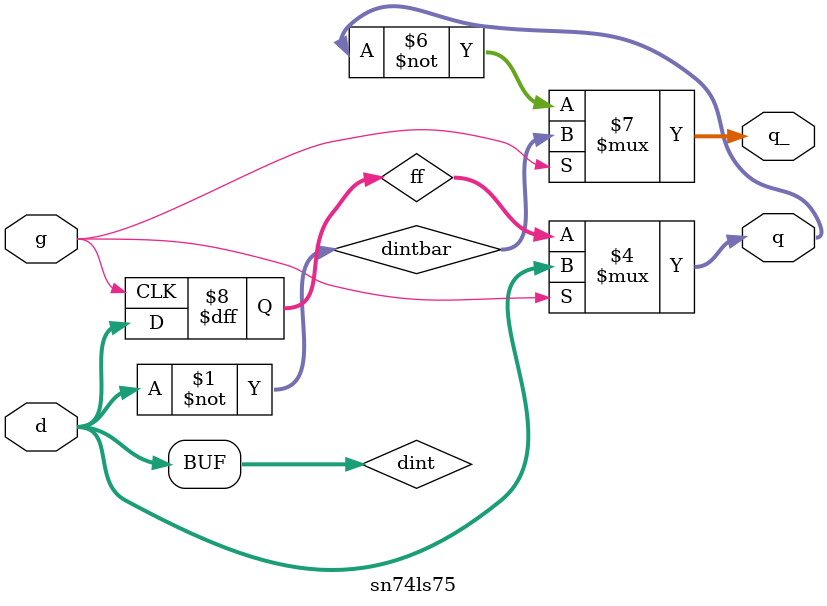
<source format=v>
module sn74ls75(q, q_, d, g);
input [3:0] d;
input g;
output [3:0] q;
output [3:0] q_;
reg [3:0] ff;
wire [3:0] dint, dintbar;

parameter
	// note since iverilog is unreliable convecerning path delays, I had to emulate this
	// with fake additional delays

	// TI TTL data book Vol 1, 1985
	tPLHdq_min=0,  tPLHdq_typ=15,  tPLHdq_max=27,
	tPHLdq_min=0,  tPHLdq_typ=9,   tPHLdq_max=17,

	tPLHdqbar_min=0, tPLHdqbar_typ=12, tPLHdqbar_max=20,
	tPHLdqbar_min=0, tPHLdqbar_typ=7,  tPHLdqbar_max=15,

	tPLHgq_min=0,  tPLHgq_typ=0,  tPLHgq_max=0,			// delay + tPLHdq_*/tPLHdq_*
	tPHLgq_min=0,  tPHLgq_typ=6,  tPHLgq_max=10,		// delay + tPLHdq_*/tPLHdq_*

	tPLHgqbar_min=0, tPLHgqbar_typ=4, tPLHgqbar_max=10, // delay + tPLHdqbar_*/tPLHdqbar_*
	tPHLgqbar_min=0, tPHLgqbar_typ=0,  tPHLgqbar_max=0; // delay + tPHLdqbar_*/tPHLdqbar_*

assign #(tPLHdq_min:tPLHdq_typ:tPLHdq_max,
		 tPHLdq_min:tPHLdq_typ:tPHLdq_max)
	dint = d;
assign #(tPLHdqbar_min:tPLHdqbar_typ:tPLHdqbar_max,
		 tPHLdqbar_min:tPHLdqbar_typ:tPHLdqbar_max)
	dintbar = ~d;

always @(negedge g)
begin
	ff <= d;
end

assign #(tPLHgq_min:tPLHgq_typ:tPLHgq_max,
		 tPHLgq_min:tPHLgq_typ:tPHLgq_max)
	q  = g==1 ? dint : ff;
assign #(tPLHgqbar_min:tPLHgqbar_typ:tPLHgq_max,
		 tPHLgqbar_min:tPHLgqbar_typ:tPHLgq_max)
	q_ = g==1 ? dintbar: ~q;

endmodule

</source>
